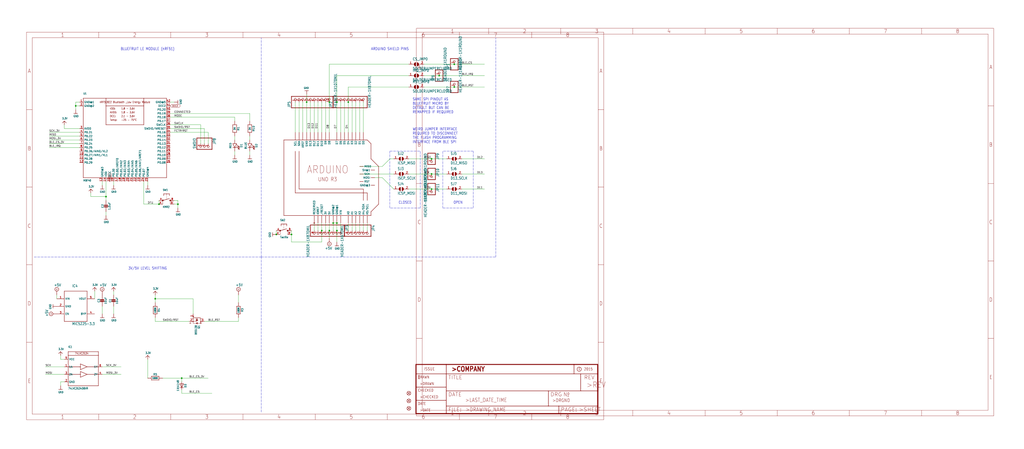
<source format=kicad_sch>
(kicad_sch (version 20211123) (generator eeschema)
  (paper "User" 687.07 301.701)
  (lib_symbols
    (symbol "schematicEagle-eagle-import:+5V" (power)
      (property "Value" "+5V" (at -1.905 3.175 0))
      (symbol "+5V_1_0"
        (pin power_in line (at 0 -2.54 90) (length 2.54) (name "+5V") (number "1"))
      )
    )
    (symbol "schematicEagle-eagle-import:3.3V" (power)
      (property "Value" "3.3V" (at -1.524 1.016 0))
      (symbol "3.3V_1_0"
        (pin power_in line (at 0 -2.54 90) (length 2.54) (name "3.3V") (number "1"))
      )
    )
    (symbol "schematicEagle-eagle-import:74LVC2G34DBVR"
      (property "Reference" "IC" (at -7.62 15.24 0))
      (property "Value" "74LVC2G34DBVR" (at -7.62 -12.7 0))
      (symbol "74LVC2G34DBVR_1_0"
        (text "74LVC2G34" (at -3.175 10.795 0) (effects (font (size 1.27 1.0795)) (justify left bottom)))
        (pin input line (at -10.16 2.54 0) (length 2.54) (name "1A") (number "1"))
        (pin power_in line (at -10.16 -7.62 0) (length 2.54) (name "GND") (number "2"))
        (pin input line (at -10.16 -2.54 0) (length 2.54) (name "2A") (number "3"))
        (pin output line (at 15.24 -2.54 180) (length 2.54) (name "2Y") (number "4"))
        (pin power_in line (at -10.16 7.62 0) (length 2.54) (name "VCC") (number "5"))
        (pin output line (at 15.24 2.54 180) (length 2.54) (name "1Y") (number "6"))
      )
    )
    (symbol "schematicEagle-eagle-import:ARDUINO_R3_ICSP_NODIM"
      (symbol "ARDUINO_R3_ICSP_NODIM_1_0"
        (text "ARDUINO" (at 15.24 27.94 0) (effects (font (size 5.08 4.318)) (justify left bottom)))
        (text "UNO R3" (at 22.86 22.86 0) (effects (font (size 2.54 2.159)) (justify left bottom)))
        (pin power_in line (at 27.94 -5.08 90) (length 5.08) (name "3V") (number "3V"))
        (pin power_in line (at 30.48 -5.08 90) (length 5.08) (name "5V") (number "5V"))
        (pin passive line (at 60.96 30.48 180) (length 2.54) (name "5V@1") (number "5V_ICSP"))
        (pin bidirectional line (at 43.18 -5.08 90) (length 5.08) (name "A0") (number "A0"))
        (pin bidirectional line (at 45.72 -5.08 90) (length 5.08) (name "A1") (number "A1"))
        (pin bidirectional line (at 48.26 -5.08 90) (length 5.08) (name "A2") (number "A2"))
        (pin bidirectional line (at 50.8 -5.08 90) (length 5.08) (name "A3") (number "A3"))
        (pin bidirectional line (at 53.34 -5.08 90) (length 5.08) (name "A4/SDA") (number "A4"))
        (pin bidirectional line (at 55.88 -5.08 90) (length 5.08) (name "A5/SCL") (number "A5"))
        (pin bidirectional line (at 12.7 55.88 270) (length 5.08) (name "AREF") (number "AREF"))
        (pin bidirectional line (at 53.34 55.88 270) (length 5.08) (name "D0") (number "D0"))
        (pin bidirectional line (at 50.8 55.88 270) (length 5.08) (name "D1") (number "D1"))
        (pin bidirectional line (at 25.4 55.88 270) (length 5.08) (name "D10") (number "D10"))
        (pin bidirectional line (at 22.86 55.88 270) (length 5.08) (name "D11") (number "D11"))
        (pin bidirectional line (at 20.32 55.88 270) (length 5.08) (name "D12") (number "D12"))
        (pin bidirectional line (at 17.78 55.88 270) (length 5.08) (name "D13") (number "D13"))
        (pin bidirectional line (at 48.26 55.88 270) (length 5.08) (name "D2") (number "D2"))
        (pin bidirectional line (at 45.72 55.88 270) (length 5.08) (name "D3") (number "D3"))
        (pin bidirectional line (at 43.18 55.88 270) (length 5.08) (name "D4") (number "D4"))
        (pin bidirectional line (at 40.64 55.88 270) (length 5.08) (name "D5") (number "D5"))
        (pin bidirectional line (at 38.1 55.88 270) (length 5.08) (name "D6") (number "D6"))
        (pin bidirectional line (at 35.56 55.88 270) (length 5.08) (name "D7") (number "D7"))
        (pin bidirectional line (at 30.48 55.88 270) (length 5.08) (name "D8") (number "D8"))
        (pin bidirectional line (at 27.94 55.88 270) (length 5.08) (name "D9") (number "D9"))
        (pin power_in line (at 15.24 55.88 270) (length 5.08) (name "GND") (number "GND"))
        (pin power_in line (at 33.02 -5.08 90) (length 5.08) (name "GND@2") (number "GND@1"))
        (pin passive line (at 60.96 20.32 180) (length 2.54) (name "GND@3") (number "GND@2"))
        (pin power_in line (at 35.56 -5.08 90) (length 5.08) (name "GND@1") (number "GND@3"))
        (pin output line (at 22.86 -5.08 90) (length 5.08) (name "IOREF") (number "IOREF"))
        (pin passive line (at 50.8 33.02 0) (length 2.54) (name "MISO") (number "MISO"))
        (pin passive line (at 60.96 25.4 180) (length 2.54) (name "MOSI") (number "MOSI"))
        (pin no_connect line (at 20.32 -5.08 90) (length 5.08) (name "RESERVED") (number "RESERVED"))
        (pin bidirectional line (at 25.4 -5.08 90) (length 5.08) (name "/RESET") (number "RESET"))
        (pin passive line (at 50.8 22.86 0) (length 2.54) (name "RST") (number "RESET_ICSP"))
        (pin passive line (at 50.8 27.94 0) (length 2.54) (name "SCK") (number "SCK"))
        (pin bidirectional line (at 7.62 55.88 270) (length 5.08) (name "SCL") (number "SCL"))
        (pin bidirectional line (at 10.16 55.88 270) (length 5.08) (name "SDA") (number "SDA"))
        (pin power_in line (at 38.1 -5.08 90) (length 5.08) (name "VIN") (number "VIN"))
      )
    )
    (symbol "schematicEagle-eagle-import:CAP_CERAMIC0805-NOOUTLINE"
      (property "Reference" "C" (at -2.29 1.25 90))
      (property "Value" "CAP_CERAMIC0805-NOOUTLINE" (at 2.3 1.25 90))
      (symbol "CAP_CERAMIC0805-NOOUTLINE_1_0"
        (pin passive line (at 0 5.08 270) (length 2.54) (name "1") (number "1"))
        (pin passive line (at 0 -2.54 90) (length 2.54) (name "2") (number "2"))
      )
    )
    (symbol "schematicEagle-eagle-import:DIODESOD-323"
      (property "Reference" "D" (at 0 2.54 0))
      (property "Value" "DIODESOD-323" (at 0 -2.5 0))
      (symbol "DIODESOD-323_1_0"
        (pin passive line (at -2.54 0 0) (length 2.54) (name "A") (number "A"))
        (pin passive line (at 2.54 0 180) (length 2.54) (name "C") (number "C"))
      )
    )
    (symbol "schematicEagle-eagle-import:FIDUCIAL{dblquote}{dblquote}")
    (symbol "schematicEagle-eagle-import:FRAME_A3"
      (symbol "FRAME_A3_0_0"
        (text "1" (at 24.2094 1.905 0) (effects (font (size 2.54 2.286))))
        (text "1" (at 24.2094 258.445 0) (effects (font (size 2.54 2.286))))
        (text "2" (at 72.6281 1.905 0) (effects (font (size 2.54 2.286))))
        (text "2" (at 72.6281 258.445 0) (effects (font (size 2.54 2.286))))
        (text "3" (at 121.0469 1.905 0) (effects (font (size 2.54 2.286))))
        (text "3" (at 121.0469 258.445 0) (effects (font (size 2.54 2.286))))
        (text "4" (at 169.4656 1.905 0) (effects (font (size 2.54 2.286))))
        (text "4" (at 169.4656 258.445 0) (effects (font (size 2.54 2.286))))
        (text "5" (at 217.8844 1.905 0) (effects (font (size 2.54 2.286))))
        (text "5" (at 217.8844 258.445 0) (effects (font (size 2.54 2.286))))
        (text "6" (at 266.3031 1.905 0) (effects (font (size 2.54 2.286))))
        (text "6" (at 266.3031 258.445 0) (effects (font (size 2.54 2.286))))
        (text "7" (at 314.7219 1.905 0) (effects (font (size 2.54 2.286))))
        (text "7" (at 314.7219 258.445 0) (effects (font (size 2.54 2.286))))
        (text "8" (at 363.1406 1.905 0) (effects (font (size 2.54 2.286))))
        (text "8" (at 363.1406 258.445 0) (effects (font (size 2.54 2.286))))
        (text "A" (at 1.905 234.315 0) (effects (font (size 2.54 2.286))))
        (text "A" (at 385.445 234.315 0) (effects (font (size 2.54 2.286))))
        (text "B" (at 1.905 182.245 0) (effects (font (size 2.54 2.286))))
        (text "B" (at 385.445 182.245 0) (effects (font (size 2.54 2.286))))
        (text "C" (at 1.905 130.175 0) (effects (font (size 2.54 2.286))))
        (text "C" (at 385.445 130.175 0) (effects (font (size 2.54 2.286))))
        (text "D" (at 1.905 78.105 0) (effects (font (size 2.54 2.286))))
        (text "D" (at 385.445 78.105 0) (effects (font (size 2.54 2.286))))
        (text "E" (at 1.905 26.035 0) (effects (font (size 2.54 2.286))))
        (text "E" (at 385.445 26.035 0) (effects (font (size 2.54 2.286))))
      )
      (symbol "FRAME_A3_2_0"
        (text "PART OR WHOLE IS STRICTLY PROHIBITED WITHOUT WRITTEN PERMISSION!" (at 3.81 -5.08 0) (effects (font (size 1.27 1.0795)) (justify left bottom)))
        (text "PROPRIETARY" (at 3.81 -10.16 0) (effects (font (size 2.54 2.159) (thickness 0.4318) bold) (justify left bottom)))
        (text "THIS DRAWING CONTAINS CONFIDENTIAL INFORMATION. ANY REPRODUCTION IN" (at 3.81 -2.794 0) (effects (font (size 1.27 1.0795)) (justify left bottom)))
      )
      (symbol "FRAME_A3_3_0"
        (text "2015" (at 112.4077 30.4673 0) (effects (font (size 1.778 1.5113)) (justify left bottom)))
        (text ">CHECKED" (at 2.2352 11.7348 0) (effects (font (size 1.778 1.5113)) (justify left bottom)))
        (text ">COMPANY" (at 23.349 29.6735 0) (effects (font (size 3.175 2.6987) (thickness 0.5397) bold) (justify left bottom)))
        (text ">DATE" (at 2.2352 2.8448 0) (effects (font (size 1.778 1.5113)) (justify left bottom)))
        (text ">DRAWING_NAME" (at 33.0327 2.8448 0) (effects (font (size 2.54 2.159)) (justify left bottom)))
        (text ">DRAWN" (at 2.2352 20.6248 0) (effects (font (size 1.778 1.5113)) (justify left bottom)))
        (text ">DRGNO" (at 91.1352 9.1948 0) (effects (font (size 2.1844 1.8567)) (justify left bottom)))
        (text ">LAST_DATE_TIME" (at 32.7152 9.1948 0) (effects (font (size 2.54 2.159)) (justify left bottom)))
        (text ">REV" (at 113.9952 18.7198 0) (effects (font (size 3.81 3.2385)) (justify left bottom)))
        (text ">SHEET" (at 108.9152 2.8448 0) (effects (font (size 2.54 2.54)) (justify left bottom)))
        (text "C" (at 108.7564 30.7848 0) (effects (font (size 1.27 1.0795)) (justify left bottom)))
        (text "CHECKED" (at 0.9652 16.1798 0) (effects (font (size 1.778 1.5113)) (justify left bottom)))
        (text "DATE" (at 0.9652 7.2898 0) (effects (font (size 1.778 1.5113)) (justify left bottom)))
        (text "DATE" (at 21.2852 13.0048 0) (effects (font (size 2.54 2.54)) (justify left bottom)))
        (text "DRAWN" (at 0.9652 25.0698 0) (effects (font (size 1.778 1.5113)) (justify left bottom)))
        (text "DRG" (at 89.8652 13.0048 0) (effects (font (size 2.54 2.54)) (justify left bottom)))
        (text "FILE:" (at 21.2852 2.8448 0) (effects (font (size 2.54 2.54)) (justify left bottom)))
        (text "ISSUE" (at 5.0927 30.4673 0) (effects (font (size 1.9304 1.6408)) (justify left bottom)))
        (text "N" (at 98.4377 13.0048 0) (effects (font (size 2.54 2.54)) (justify left bottom)))
        (text "o" (at 100.9777 13.9573 0) (effects (font (size 2.1844 1.8567)) (justify left bottom)))
        (text "PAGE:" (at 96.8502 2.8448 0) (effects (font (size 2.54 2.54)) (justify left bottom)))
        (text "REV" (at 112.4077 24.4348 0) (effects (font (size 2.54 2.54)) (justify left bottom)))
        (text "TITLE" (at 21.2852 24.4348 0) (effects (font (size 2.54 2.54)) (justify left bottom)))
      )
    )
    (symbol "schematicEagle-eagle-import:GND" (power)
      (property "Value" "GND" (at -1.524 -2.54 0))
      (symbol "GND_1_0"
        (pin power_in line (at 0 2.54 270) (length 2.54) (name "GND") (number "1"))
      )
    )
    (symbol "schematicEagle-eagle-import:HEADER-1X1070MIL"
      (property "Reference" "JP" (at -6.35 13.335 0))
      (property "Value" "HEADER-1X1070MIL" (at -6.35 -17.78 0))
      (symbol "HEADER-1X1070MIL_1_0"
        (pin passive inverted (at -2.54 10.16 0) (length 2.54) (name "1") (number "1"))
        (pin passive inverted (at -2.54 -12.7 0) (length 2.54) (name "10") (number "10"))
        (pin passive inverted (at -2.54 7.62 0) (length 2.54) (name "2") (number "2"))
        (pin passive inverted (at -2.54 5.08 0) (length 2.54) (name "3") (number "3"))
        (pin passive inverted (at -2.54 2.54 0) (length 2.54) (name "4") (number "4"))
        (pin passive inverted (at -2.54 0 0) (length 2.54) (name "5") (number "5"))
        (pin passive inverted (at -2.54 -2.54 0) (length 2.54) (name "6") (number "6"))
        (pin passive inverted (at -2.54 -5.08 0) (length 2.54) (name "7") (number "7"))
        (pin passive inverted (at -2.54 -7.62 0) (length 2.54) (name "8") (number "8"))
        (pin passive inverted (at -2.54 -10.16 0) (length 2.54) (name "9") (number "9"))
      )
    )
    (symbol "schematicEagle-eagle-import:HEADER-1X1ROUND"
      (property "Reference" "JP" (at -6.35 3.175 0))
      (property "Value" "HEADER-1X1ROUND" (at -6.35 -5.08 0))
      (symbol "HEADER-1X1ROUND_1_0"
        (pin passive inverted (at -2.54 0 0) (length 2.54) (name "1") (number "1"))
      )
    )
    (symbol "schematicEagle-eagle-import:HEADER-1X376MIL"
      (property "Reference" "JP" (at -6.35 5.715 0))
      (property "Value" "HEADER-1X376MIL" (at -6.35 -7.62 0))
      (symbol "HEADER-1X376MIL_1_0"
        (pin passive inverted (at -2.54 2.54 0) (length 2.54) (name "1") (number "1"))
        (pin passive inverted (at -2.54 0 0) (length 2.54) (name "2") (number "2"))
        (pin passive inverted (at -2.54 -2.54 0) (length 2.54) (name "3") (number "3"))
      )
    )
    (symbol "schematicEagle-eagle-import:HEADER-1X670MIL"
      (property "Reference" "JP" (at -6.35 10.795 0))
      (property "Value" "HEADER-1X670MIL" (at -6.35 -10.16 0))
      (symbol "HEADER-1X670MIL_1_0"
        (pin passive inverted (at -2.54 7.62 0) (length 2.54) (name "1") (number "1"))
        (pin passive inverted (at -2.54 5.08 0) (length 2.54) (name "2") (number "2"))
        (pin passive inverted (at -2.54 2.54 0) (length 2.54) (name "3") (number "3"))
        (pin passive inverted (at -2.54 0 0) (length 2.54) (name "4") (number "4"))
        (pin passive inverted (at -2.54 -2.54 0) (length 2.54) (name "5") (number "5"))
        (pin passive inverted (at -2.54 -5.08 0) (length 2.54) (name "6") (number "6"))
      )
    )
    (symbol "schematicEagle-eagle-import:HEADER-1X870MIL"
      (property "Reference" "JP" (at -6.35 13.335 0))
      (property "Value" "HEADER-1X870MIL" (at -6.35 -12.7 0))
      (symbol "HEADER-1X870MIL_1_0"
        (pin passive inverted (at -2.54 10.16 0) (length 2.54) (name "1") (number "1"))
        (pin passive inverted (at -2.54 7.62 0) (length 2.54) (name "2") (number "2"))
        (pin passive inverted (at -2.54 5.08 0) (length 2.54) (name "3") (number "3"))
        (pin passive inverted (at -2.54 2.54 0) (length 2.54) (name "4") (number "4"))
        (pin passive inverted (at -2.54 0 0) (length 2.54) (name "5") (number "5"))
        (pin passive inverted (at -2.54 -2.54 0) (length 2.54) (name "6") (number "6"))
        (pin passive inverted (at -2.54 -5.08 0) (length 2.54) (name "7") (number "7"))
        (pin passive inverted (at -2.54 -7.62 0) (length 2.54) (name "8") (number "8"))
      )
    )
    (symbol "schematicEagle-eagle-import:LED0805_NOOUTLINE"
      (property "Reference" "D" (at -1.27 4.445 0))
      (property "Value" "LED0805_NOOUTLINE" (at -1.27 -2.794 0))
      (symbol "LED0805_NOOUTLINE_1_0"
        (pin passive line (at -5.08 0 0) (length 2.54) (name "A") (number "A"))
        (pin passive line (at 2.54 0 180) (length 2.54) (name "C") (number "C"))
      )
    )
    (symbol "schematicEagle-eagle-import:LP298XS"
      (property "Reference" "IC" (at -12.7 -5.08 90))
      (property "Value" "LP298XS" (at 12.7 -5.08 90))
      (symbol "LP298XS_1_0"
        (pin bidirectional line (at -5.08 -15.24 90) (length 5.08) (name "VIN") (number "1"))
        (pin bidirectional line (at 0 -15.24 90) (length 5.08) (name "GND") (number "2"))
        (pin bidirectional line (at 5.08 -15.24 90) (length 5.08) (name "EN") (number "3"))
        (pin bidirectional line (at 5.08 10.16 270) (length 5.08) (name "BYP") (number "4"))
        (pin bidirectional line (at -5.08 10.16 270) (length 5.08) (name "VOUT") (number "5"))
      )
    )
    (symbol "schematicEagle-eagle-import:MOSFET-NWIDE"
      (property "Reference" "Q" (at 5.08 0.635 0))
      (property "Value" "MOSFET-NWIDE" (at 5.08 -1.27 0))
      (symbol "MOSFET-NWIDE_1_0"
        (text "D" (at 3.175 3.175 0) (effects (font (size 0.8128 0.6908)) (justify left bottom)))
        (text "G" (at -1.27 -1.905 0) (effects (font (size 0.8128 0.6908)) (justify left bottom)))
        (text "S" (at 3.175 -3.81 0) (effects (font (size 0.8128 0.6908)) (justify left bottom)))
        (pin bidirectional line (at -2.54 -2.54 0) (length 2.54) (name "G") (number "1"))
        (pin bidirectional line (at 2.54 -5.08 90) (length 2.54) (name "S") (number "2"))
        (pin bidirectional line (at 2.54 5.08 270) (length 2.54) (name "D") (number "3"))
      )
    )
    (symbol "schematicEagle-eagle-import:NRF51822_MODULE_MDBT40"
      (property "Reference" "U" (at -27.94 27.94 0))
      (property "Value" "NRF51822_MODULE_MDBT40" (at -27.94 -30.48 0))
      (symbol "NRF51822_MODULE_MDBT40_1_0"
        (text "-25 - 75°C" (at -2.54 10.16 0) (effects (font (size 1.27 1.0795)) (justify left bottom)))
        (text "1.8 - 3.6V" (at -2.54 15.24 0) (effects (font (size 1.27 1.0795)) (justify left bottom)))
        (text "1.8 - 3.6V" (at -2.54 17.78 0) (effects (font (size 1.27 1.0795)) (justify left bottom)))
        (text "2.1 - 3.6V" (at -2.54 12.7 0) (effects (font (size 1.27 1.0795)) (justify left bottom)))
        (text "AVDD:" (at -10.16 15.24 0) (effects (font (size 1.27 1.0795)) (justify left bottom)))
        (text "DCC:" (at -10.16 12.7 0) (effects (font (size 1.27 1.0795)) (justify left bottom)))
        (text "nRF51822 Bluetooth _Low Energy Module" (at 0 22.86 0) (effects (font (size 1.27 1.0795))))
        (text "Temp:" (at -10.16 10.16 0) (effects (font (size 1.27 1.0795)) (justify left bottom)))
        (text "VDD:" (at -10.16 17.78 0) (effects (font (size 1.27 1.0795)) (justify left bottom)))
        (pin power_in line (at -30.48 22.86 0) (length 2.54) (name "GND@1") (number "1"))
        (pin bidirectional line (at -30.48 -12.7 0) (length 2.54) (name "P0.27/AIN1/XL1") (number "10"))
        (pin bidirectional line (at -30.48 -15.24 0) (length 2.54) (name "P0.28") (number "11"))
        (pin bidirectional line (at -30.48 -17.78 0) (length 2.54) (name "P0.29") (number "12"))
        (pin power_in line (at -15.24 -30.48 90) (length 2.54) (name "GND@3") (number "13"))
        (pin power_in line (at -12.7 -30.48 90) (length 2.54) (name "VDD") (number "14"))
        (pin power_in line (at -10.16 -30.48 90) (length 2.54) (name "DCC") (number "15"))
        (pin bidirectional line (at -7.62 -30.48 90) (length 2.54) (name "P0.30") (number "16"))
        (pin bidirectional line (at -5.08 -30.48 90) (length 2.54) (name "P0.00/AREF0") (number "17"))
        (pin bidirectional line (at -2.54 -30.48 90) (length 2.54) (name "P0.01/AIN2") (number "18"))
        (pin bidirectional line (at 0 -30.48 90) (length 2.54) (name "P0.02/AIN3") (number "19"))
        (pin power_in line (at -30.48 20.32 0) (length 2.54) (name "GND@2") (number "2"))
        (pin bidirectional line (at 2.54 -30.48 90) (length 2.54) (name "P0.03/AIN4") (number "20"))
        (pin bidirectional line (at 5.08 -30.48 90) (length 2.54) (name "P0.04/AIN5") (number "21"))
        (pin bidirectional line (at 7.62 -30.48 90) (length 2.54) (name "P0.05/AIN6") (number "22"))
        (pin bidirectional line (at 10.16 -30.48 90) (length 2.54) (name "P0.06/AIN7/AREF1") (number "23"))
        (pin bidirectional line (at 12.7 -30.48 90) (length 2.54) (name "P0.07") (number "24"))
        (pin power_in line (at 15.24 -30.48 90) (length 2.54) (name "GND@4") (number "25"))
        (pin bidirectional line (at 30.48 -17.78 180) (length 2.54) (name "P0.08") (number "26"))
        (pin bidirectional line (at 30.48 -15.24 180) (length 2.54) (name "P0.09") (number "27"))
        (pin bidirectional line (at 30.48 -12.7 180) (length 2.54) (name "P0.10") (number "28"))
        (pin bidirectional line (at 30.48 -10.16 180) (length 2.54) (name "P0.11") (number "29"))
        (pin power_in line (at -30.48 5.08 0) (length 2.54) (name "AVDD") (number "3"))
        (pin bidirectional line (at 30.48 -7.62 180) (length 2.54) (name "P0.12") (number "30"))
        (pin bidirectional line (at 30.48 -5.08 180) (length 2.54) (name "P0.13") (number "31"))
        (pin bidirectional line (at 30.48 -2.54 180) (length 2.54) (name "P0.14") (number "32"))
        (pin bidirectional line (at 30.48 0 180) (length 2.54) (name "P0.15") (number "33"))
        (pin bidirectional line (at 30.48 2.54 180) (length 2.54) (name "P0.16") (number "34"))
        (pin bidirectional line (at 30.48 5.08 180) (length 2.54) (name "SWDIO/NRESET") (number "35"))
        (pin bidirectional line (at 30.48 7.62 180) (length 2.54) (name "SWCLK") (number "36"))
        (pin bidirectional line (at 30.48 10.16 180) (length 2.54) (name "P0.17") (number "37"))
        (pin bidirectional line (at 30.48 12.7 180) (length 2.54) (name "P0.18") (number "38"))
        (pin bidirectional line (at 30.48 15.24 180) (length 2.54) (name "P0.19") (number "39"))
        (pin bidirectional line (at -30.48 2.54 0) (length 2.54) (name "P0.21") (number "4"))
        (pin bidirectional line (at 30.48 17.78 180) (length 2.54) (name "P0.20") (number "40"))
        (pin power_in line (at 30.48 20.32 180) (length 2.54) (name "DEC2") (number "41"))
        (pin power_in line (at 30.48 22.86 180) (length 2.54) (name "GND@5") (number "42"))
        (pin bidirectional line (at -30.48 0 0) (length 2.54) (name "P0.22") (number "5"))
        (pin bidirectional line (at -30.48 -2.54 0) (length 2.54) (name "P0.23") (number "6"))
        (pin bidirectional line (at -30.48 -5.08 0) (length 2.54) (name "P0.24") (number "7"))
        (pin bidirectional line (at -30.48 -7.62 0) (length 2.54) (name "P0.25") (number "8"))
        (pin bidirectional line (at -30.48 -10.16 0) (length 2.54) (name "P0.26/AIN0/XL2") (number "9"))
      )
    )
    (symbol "schematicEagle-eagle-import:RESISTOR0805_NOOUTLINE"
      (property "Reference" "R" (at 0 2.54 0))
      (property "Value" "RESISTOR0805_NOOUTLINE" (at 0 0 0))
      (symbol "RESISTOR0805_NOOUTLINE_1_0"
        (pin passive line (at -5.08 0 0) (length 2.54) (name "1") (number "1"))
        (pin passive line (at 5.08 0 180) (length 2.54) (name "2") (number "2"))
      )
    )
    (symbol "schematicEagle-eagle-import:SOLDERJUMPERCLOSED"
      (property "Reference" "SJ" (at -2.54 2.54 0))
      (property "Value" "SOLDERJUMPERCLOSED" (at -2.54 -3.81 0))
      (symbol "SOLDERJUMPERCLOSED_1_0"
        (pin passive line (at -5.08 0 0) (length 2.54) (name "1") (number "1"))
        (pin passive line (at 5.08 0 180) (length 2.54) (name "2") (number "2"))
      )
    )
    (symbol "schematicEagle-eagle-import:SOLDERJUMPERREFLOW_NOPASTE"
      (property "Reference" "SJ" (at -2.54 2.54 0))
      (property "Value" "SOLDERJUMPERREFLOW_NOPASTE" (at -2.54 -3.81 0))
      (symbol "SOLDERJUMPERREFLOW_NOPASTE_1_0"
        (pin passive line (at -5.08 0 0) (length 2.54) (name "1") (number "1"))
        (pin passive line (at 5.08 0 180) (length 2.54) (name "2") (number "2"))
      )
    )
    (symbol "schematicEagle-eagle-import:SWITCH_TACT_SMT"
      (property "Reference" "SW" (at -2.54 6.35 0))
      (property "Value" "SWITCH_TACT_SMT" (at -2.54 -5.08 0))
      (symbol "SWITCH_TACT_SMT_1_0"
        (pin passive line (at -5.08 0 0) (length 2.54) (name "P") (number "A"))
        (pin passive line (at -5.08 -2.54 0) (length 2.54) (name "P1") (number "A'"))
        (pin passive line (at 5.08 0 180) (length 2.54) (name "S") (number "B"))
        (pin passive line (at 5.08 -2.54 180) (length 2.54) (name "S1") (number "B'"))
      )
    )
    (symbol "schematicEagle-eagle-import:SWITCH_TACT_SMT4.6X2.8"
      (property "Reference" "SW" (at -2.54 6.35 0))
      (property "Value" "SWITCH_TACT_SMT4.6X2.8" (at -2.54 -5.08 0))
      (symbol "SWITCH_TACT_SMT4.6X2.8_1_0"
        (pin passive line (at -5.08 0 0) (length 2.54) (name "P") (number "A"))
        (pin passive line (at -5.08 -2.54 0) (length 2.54) (name "P1") (number "A'"))
        (pin passive line (at 5.08 0 180) (length 2.54) (name "S") (number "B"))
        (pin passive line (at 5.08 -2.54 180) (length 2.54) (name "S1") (number "B'"))
      )
    )
  )
  (junction (at 223.52 149.86))
  (junction (at 289.56 116.84))
  (junction (at 226.06 149.86))
  (junction (at 205.74 68.58))
  (junction (at 71.12 132.08))
  (junction (at 104.14 200.66))
  (junction (at 233.68 68.58))
  (junction (at 304.8 43.18))
  (junction (at 106.68 137.16))
  (junction (at 119.38 137.16))
  (junction (at 294.64 50.8))
  (junction (at 289.56 127))
  (junction (at 220.98 154.94))
  (junction (at 50.8 71.12))
  (junction (at 195.58 157.48))
  (junction (at 220.98 68.58))
  (junction (at 289.56 106.68))
  (junction (at 215.9 154.94))
  (junction (at 304.8 58.42))
  (junction (at 185.42 157.48))
  (junction (at 226.06 68.58))
  (junction (at 121.92 254))
  (junction (at 226.06 154.94))
  (wire (pts (xy 71.12 142.24) (xy 71.12 144.78)))
  (wire (pts (xy 218.44 154.94) (xy 218.44 149.86)))
  (wire (pts (xy 294.64 50.8) (xy 325.12 50.8)))
  (wire (pts (xy 33.02 96.52) (xy 53.34 96.52)))
  (wire (pts (xy 134.62 96.52) (xy 134.62 83.82)))
  (wire (pts (xy 116.84 134.62) (xy 119.38 134.62)))
  (wire (pts (xy 33.02 91.44) (xy 53.34 91.44)))
  (wire (pts (xy 228.6 154.94) (xy 228.6 149.86)))
  (wire (pts (xy 226.06 154.94) (xy 226.06 149.86)))
  (wire (pts (xy 238.76 68.58) (xy 238.76 88.9)))
  (wire (pts (xy 33.02 99.06) (xy 53.34 99.06)))
  (wire (pts (xy 63.5 195.58) (xy 63.5 200.66)))
  (wire (pts (xy 274.32 43.18) (xy 220.98 43.18)))
  (wire (pts (xy 200.66 68.58) (xy 200.66 88.9)))
  (wire (pts (xy 33.02 93.98) (xy 53.34 93.98)))
  (wire (pts (xy 226.06 50.8) (xy 226.06 68.58)))
  (wire (pts (xy 104.14 203.2) (xy 104.14 200.66)))
  (wire (pts (xy 256.54 119.38) (xy 264.16 127)))
  (wire (pts (xy 220.98 154.94) (xy 220.98 149.86)))
  (wire (pts (xy 71.12 132.08) (xy 60.96 132.08)))
  (wire (pts (xy 139.7 254) (xy 121.92 254)))
  (wire (pts (xy 40.64 241.3) (xy 40.64 238.76)))
  (wire (pts (xy 104.14 200.66) (xy 104.14 198.12)))
  (polyline (pts (xy 175.26 172.72) (xy 332.74 172.72)))
  (wire (pts (xy 43.18 86.36) (xy 43.18 83.82)))
  (wire (pts (xy 137.16 96.52) (xy 137.16 86.36)))
  (wire (pts (xy 195.58 157.48) (xy 195.58 162.56)))
  (wire (pts (xy 167.64 76.2) (xy 167.64 81.28)))
  (wire (pts (xy 121.92 254) (xy 121.92 256.54)))
  (wire (pts (xy 243.84 68.58) (xy 243.84 88.9)))
  (wire (pts (xy 119.38 134.62) (xy 119.38 137.16)))
  (wire (pts (xy 99.06 121.92) (xy 99.06 124.46)))
  (wire (pts (xy 68.58 246.38) (xy 81.28 246.38)))
  (wire (pts (xy 233.68 88.9) (xy 233.68 68.58)))
  (wire (pts (xy 96.52 137.16) (xy 106.68 137.16)))
  (wire (pts (xy 121.92 264.16) (xy 142.24 264.16)))
  (wire (pts (xy 195.58 157.48) (xy 195.58 154.94)))
  (wire (pts (xy 43.18 241.3) (xy 40.64 241.3)))
  (wire (pts (xy 114.3 76.2) (xy 167.64 76.2)))
  (wire (pts (xy 241.3 68.58) (xy 241.3 88.9)))
  (wire (pts (xy 114.3 86.36) (xy 137.16 86.36)))
  (wire (pts (xy 236.22 68.58) (xy 236.22 88.9)))
  (wire (pts (xy 104.14 213.36) (xy 104.14 215.9)))
  (wire (pts (xy 121.92 264.16) (xy 121.92 261.62)))
  (polyline (pts (xy 175.26 276.86) (xy 175.26 172.72)))
  (polyline (pts (xy 261.62 101.6) (xy 281.94 101.6)))
  (wire (pts (xy 60.96 132.08) (xy 60.96 129.54)))
  (wire (pts (xy 213.36 88.9) (xy 213.36 68.58)))
  (wire (pts (xy 220.98 160.02) (xy 220.98 154.94)))
  (wire (pts (xy 99.06 241.3) (xy 99.06 254)))
  (wire (pts (xy 215.9 154.94) (xy 215.9 149.86)))
  (wire (pts (xy 198.12 68.58) (xy 198.12 88.9)))
  (wire (pts (xy 246.38 154.94) (xy 246.38 149.86)))
  (wire (pts (xy 228.6 68.58) (xy 228.6 88.9)))
  (wire (pts (xy 233.68 154.94) (xy 233.68 149.86)))
  (polyline (pts (xy 261.62 139.7) (xy 261.62 101.6)))
  (wire (pts (xy 220.98 43.18) (xy 220.98 68.58)))
  (wire (pts (xy 106.68 134.62) (xy 106.68 137.16)))
  (wire (pts (xy 160.02 215.9) (xy 137.16 215.9)))
  (wire (pts (xy 160.02 203.2) (xy 160.02 198.12)))
  (wire (pts (xy 213.36 154.94) (xy 213.36 149.86)))
  (wire (pts (xy 205.74 63.5) (xy 205.74 68.58)))
  (polyline (pts (xy 317.5 139.7) (xy 317.5 101.6)))
  (wire (pts (xy 114.3 68.58) (xy 116.84 68.58)))
  (wire (pts (xy 256.54 111.76) (xy 261.62 106.68)))
  (wire (pts (xy 53.34 68.58) (xy 50.8 68.58)))
  (wire (pts (xy 289.56 116.84) (xy 299.72 116.84)))
  (wire (pts (xy 226.06 162.56) (xy 226.06 154.94)))
  (wire (pts (xy 71.12 132.08) (xy 71.12 134.62)))
  (wire (pts (xy 251.46 119.38) (xy 256.54 119.38)))
  (wire (pts (xy 241.3 111.76) (xy 256.54 111.76)))
  (wire (pts (xy 289.56 106.68) (xy 299.72 106.68)))
  (wire (pts (xy 167.64 91.44) (xy 167.64 93.98)))
  (wire (pts (xy 241.3 116.84) (xy 264.16 116.84)))
  (wire (pts (xy 215.9 68.58) (xy 215.9 88.9)))
  (wire (pts (xy 114.3 88.9) (xy 139.7 88.9)))
  (wire (pts (xy 119.38 137.16) (xy 119.38 139.7)))
  (wire (pts (xy 53.34 71.12) (xy 50.8 71.12)))
  (wire (pts (xy 76.2 205.74) (xy 76.2 210.82)))
  (wire (pts (xy 274.32 127) (xy 289.56 127)))
  (polyline (pts (xy 175.26 172.72) (xy 175.26 25.4)))
  (wire (pts (xy 129.54 210.82) (xy 129.54 200.66)))
  (wire (pts (xy 68.58 205.74) (xy 68.58 210.82)))
  (wire (pts (xy 114.3 78.74) (xy 157.48 78.74)))
  (wire (pts (xy 261.62 106.68) (xy 264.16 106.68)))
  (wire (pts (xy 157.48 91.44) (xy 157.48 93.98)))
  (wire (pts (xy 289.56 127) (xy 299.72 127)))
  (wire (pts (xy 210.82 68.58) (xy 210.82 88.9)))
  (wire (pts (xy 116.84 137.16) (xy 119.38 137.16)))
  (polyline (pts (xy 297.18 139.7) (xy 317.5 139.7)))
  (wire (pts (xy 223.52 149.86) (xy 226.06 149.86)))
  (wire (pts (xy 218.44 68.58) (xy 218.44 88.9)))
  (wire (pts (xy 223.52 154.94) (xy 223.52 149.86)))
  (wire (pts (xy 210.82 154.94) (xy 210.82 149.86)))
  (wire (pts (xy 274.32 116.84) (xy 289.56 116.84)))
  (wire (pts (xy 231.14 68.58) (xy 231.14 88.9)))
  (wire (pts (xy 104.14 215.9) (xy 127 215.9)))
  (wire (pts (xy 139.7 96.52) (xy 139.7 88.9)))
  (wire (pts (xy 195.58 162.56) (xy 215.9 162.56)))
  (wire (pts (xy 274.32 106.68) (xy 289.56 106.68)))
  (wire (pts (xy 33.02 88.9) (xy 53.34 88.9)))
  (wire (pts (xy 114.3 83.82) (xy 134.62 83.82)))
  (wire (pts (xy 40.64 256.54) (xy 40.64 259.08)))
  (wire (pts (xy 43.18 256.54) (xy 40.64 256.54)))
  (polyline (pts (xy 332.74 172.72) (xy 332.74 25.4)))
  (wire (pts (xy 309.88 106.68) (xy 325.12 106.68)))
  (wire (pts (xy 71.12 121.92) (xy 71.12 132.08)))
  (wire (pts (xy 241.3 154.94) (xy 241.3 149.86)))
  (wire (pts (xy 53.34 86.36) (xy 43.18 86.36)))
  (wire (pts (xy 243.84 154.94) (xy 243.84 149.86)))
  (wire (pts (xy 68.58 251.46) (xy 81.28 251.46)))
  (wire (pts (xy 233.68 58.42) (xy 233.68 68.58)))
  (wire (pts (xy 185.42 154.94) (xy 185.42 157.48)))
  (wire (pts (xy 30.48 251.46) (xy 43.18 251.46)))
  (polyline (pts (xy 281.94 101.6) (xy 281.94 139.7)))
  (wire (pts (xy 304.8 58.42) (xy 325.12 58.42)))
  (wire (pts (xy 76.2 195.58) (xy 76.2 198.12)))
  (wire (pts (xy 220.98 88.9) (xy 220.98 68.58)))
  (wire (pts (xy 68.58 121.92) (xy 68.58 124.46)))
  (wire (pts (xy 129.54 200.66) (xy 104.14 200.66)))
  (wire (pts (xy 304.8 58.42) (xy 284.48 58.42)))
  (wire (pts (xy 215.9 162.56) (xy 215.9 154.94)))
  (wire (pts (xy 157.48 78.74) (xy 157.48 81.28)))
  (wire (pts (xy 167.64 101.6) (xy 167.64 104.14)))
  (wire (pts (xy 226.06 88.9) (xy 226.06 68.58)))
  (wire (pts (xy 30.48 246.38) (xy 43.18 246.38)))
  (polyline (pts (xy 297.18 101.6) (xy 297.18 139.7)))
  (wire (pts (xy 309.88 127) (xy 325.12 127)))
  (wire (pts (xy 157.48 101.6) (xy 157.48 104.14)))
  (polyline (pts (xy 281.94 139.7) (xy 261.62 139.7)))
  (wire (pts (xy 274.32 58.42) (xy 233.68 58.42)))
  (wire (pts (xy 203.2 68.58) (xy 203.2 88.9)))
  (wire (pts (xy 238.76 154.94) (xy 238.76 149.86)))
  (wire (pts (xy 50.8 68.58) (xy 50.8 71.12)))
  (wire (pts (xy 109.22 254) (xy 121.92 254)))
  (wire (pts (xy 96.52 121.92) (xy 96.52 137.16)))
  (wire (pts (xy 76.2 121.92) (xy 76.2 124.46)))
  (wire (pts (xy 309.88 116.84) (xy 325.12 116.84)))
  (wire (pts (xy 274.32 50.8) (xy 226.06 50.8)))
  (wire (pts (xy 50.8 71.12) (xy 50.8 73.66)))
  (wire (pts (xy 160.02 215.9) (xy 160.02 213.36)))
  (wire (pts (xy 304.8 43.18) (xy 284.48 43.18)))
  (wire (pts (xy 208.28 88.9) (xy 208.28 68.58)))
  (wire (pts (xy 205.74 68.58) (xy 205.74 88.9)))
  (polyline (pts (xy 317.5 101.6) (xy 297.18 101.6)))
  (wire (pts (xy 294.64 50.8) (xy 284.48 50.8)))
  (wire (pts (xy 236.22 154.94) (xy 236.22 149.86)))
  (wire (pts (xy 38.1 198.12) (xy 38.1 200.66)))
  (wire (pts (xy 304.8 43.18) (xy 325.12 43.18)))
  (polyline (pts (xy 22.86 172.72) (xy 175.26 172.72)))
  (text "WEIRD JUMPER INTERFACE\nREQUIRED TO DISCONNECT\nTHE FLASH PROGRAMMING\nINTERFACE FROM BLE SPI" (at 276.86 96.52 0) (effects (font (size 1.778 1.5113)) (justify left bottom)))
  (text "ARDUINO SHIELD PINS" (at 261.62 33.02 180) (effects (font (size 1.778 1.5113))))
  (text "3V/5V LEVEL SHIFTING" (at 99.06 180.34 180) (effects (font (size 1.778 1.5113))))
  (text "SAME SPI PINOUT AS\nBLUEFRUIT MICRO BY\nDEFAULT BUT CAN BE\nREMAPPED IF REQUIRED" (at 276.86 71.12 0) (effects (font (size 1.778 1.5113)) (justify left)))
  (text "BLUEFRUIT LE MODULE (nRF51)" (at 99.06 33.02 180) (effects (font (size 1.778 1.5113))))
  (text "OPEN" (at 307.34 137.16 180) (effects (font (size 1.778 1.5113)) (justify bottom)))
  (text "CLOSED" (at 271.78 137.16 180) (effects (font (size 1.778 1.5113)) (justify bottom)))
  (label "SWDIO/RST" (at 109.22 215.9 0) (effects (font (size 1.2446 1.2446))))
  (label "D13" (at 320.04 116.84 0) (effects (font (size 1.2446 1.2446))))
  (label "BLE_CS_3V" (at 127 254 0) (effects (font (size 1.2446 1.2446))))
  (label "MISO" (at 33.02 91.44 0) (effects (font (size 1.2446 1.2446))))
  (label "SWCLK" (at 116.84 83.82 0) (effects (font (size 1.2446 1.2446))))
  (label "SCK" (at 30.48 246.38 0) (effects (font (size 1.2446 1.2446))))
  (label "MODE" (at 116.84 78.74 0) (effects (font (size 1.2446 1.2446))))
  (label "D4" (at 233.68 86.36 90) (effects (font (size 1.2446 1.2446))))
  (label "BLE_CS_3V" (at 33.02 96.52 0) (effects (font (size 1.2446 1.2446))))
  (label "BLE_IRQ" (at 33.02 99.06 0) (effects (font (size 1.2446 1.2446))))
  (label "SWDIO/RST" (at 116.84 86.36 0) (effects (font (size 1.2446 1.2446))))
  (label "FCTRYRST" (at 116.84 88.9 0) (effects (font (size 1.2446 1.2446))))
  (label "D12" (at 320.04 106.68 0) (effects (font (size 1.2446 1.2446))))
  (label "D11" (at 213.36 86.36 90) (effects (font (size 1.2446 1.2446))))
  (label "D12" (at 210.82 86.36 90) (effects (font (size 1.2446 1.2446))))
  (label "MOSI_3V" (at 71.12 251.46 0) (effects (font (size 1.2446 1.2446))))
  (label "CONNECTED" (at 116.84 76.2 0) (effects (font (size 1.2446 1.2446))))
  (label "MOSI" (at 284.48 127 0) (effects (font (size 1.2446 1.2446))))
  (label "BLE_CS" (at 127 264.16 0) (effects (font (size 1.2446 1.2446))))
  (label "BLE_RST" (at 309.88 58.42 0) (effects (font (size 1.2446 1.2446))))
  (label "BLE_IRQ" (at 309.88 50.8 0) (effects (font (size 1.2446 1.2446))))
  (label "SCK" (at 284.48 116.84 0) (effects (font (size 1.2446 1.2446))))
  (label "MISO" (at 284.48 106.68 0) (effects (font (size 1.2446 1.2446))))
  (label "BLE_CS" (at 309.88 43.18 0) (effects (font (size 1.2446 1.2446))))
  (label "DFU" (at 99.06 137.16 0) (effects (font (size 1.2446 1.2446))))
  (label "D8" (at 220.98 86.36 90) (effects (font (size 1.2446 1.2446))))
  (label "SCK_3V" (at 33.02 88.9 0) (effects (font (size 1.2446 1.2446))))
  (label "D7" (at 226.06 86.36 90) (effects (font (size 1.2446 1.2446))))
  (label "SCK_3V" (at 71.12 246.38 0) (effects (font (size 1.2446 1.2446))))
  (label "MOSI" (at 30.48 251.46 0) (effects (font (size 1.2446 1.2446))))
  (label "MOSI_3V" (at 33.02 93.98 0) (effects (font (size 1.2446 1.2446))))
  (label "D11" (at 320.04 127 0) (effects (font (size 1.2446 1.2446))))
  (label "D13" (at 208.28 86.36 90) (effects (font (size 1.2446 1.2446))))
  (label "BLE_RST" (at 139.7 215.9 0) (effects (font (size 1.2446 1.2446))))
  (global_label "DEC2" (shape bidirectional) (at 114.3 71.12 0) (effects (font (size 1.016 1.016))) (property "Intersheet References" "${INTERSHEET_REFS}" (effects hide)))
  (global_label "DCC" (shape bidirectional) (at 73.66 121.92 90) (effects (font (size 1.016 1.016))) (property "Intersheet References" "${INTERSHEET_REFS}" (effects hide)))
  (symbol (lib_id "schematicEagle-eagle-import:ARDUINO_R3_ICSP_NODIM") (at 190.5 144.78 0) (unit 1)
    (property "Reference" "M1" (effects hide))
    (property "Value" "ARDUINO_R3_ICSP_NODIM" (effects hide))
    (property "Footprint" "schematicEagle:ARDUINOR3_ICSP_NODIM" (effects hide))
  )
  (symbol (lib_id "schematicEagle-eagle-import:HEADER-1X376MIL") (at 137.16 99.06 270) (unit 1)
    (property "Reference" "JP8" (at 142.875 92.71 0) (effects (font (size 1.778 1.5113)) (justify left bottom)))
    (property "Value" "SWDIO" (at 129.54 92.71 0) (effects (font (size 1.778 1.5113)) (justify left bottom)))
    (property "Footprint" "schematicEagle:1X03_ROUND_76" (effects hide))
  )
  (symbol (lib_id "schematicEagle-eagle-import:HEADER-1X1ROUND") (at 294.64 48.26 90) (unit 1)
    (property "Reference" "JP6" (at 291.465 54.61 0) (effects (font (size 1.778 1.5113)) (justify left bottom)))
    (property "Value" "HEADER-1X1ROUND" (at 299.72 54.61 0) (effects (font (size 1.778 1.5113)) (justify left bottom)))
    (property "Footprint" "schematicEagle:1X01_ROUND" (effects hide))
  )
  (symbol (lib_id "schematicEagle-eagle-import:NRF51822_MODULE_MDBT40") (at 83.82 91.44 0) (unit 1)
    (property "Reference" "U1" (at 55.88 63.5 0) (effects (font (size 1.27 1.0795)) (justify left bottom)))
    (property "Value" "MBT40" (at 55.88 121.92 0) (effects (font (size 1.27 1.0795)) (justify left bottom)))
    (property "Footprint" "schematicEagle:BLE_MODULE_RAYTAC_MDBT40" (effects hide))
  )
  (symbol (lib_id "schematicEagle-eagle-import:HEADER-1X1ROUND") (at 304.8 55.88 90) (unit 1)
    (property "Reference" "JP7" (at 301.625 62.23 0) (effects (font (size 1.778 1.5113)) (justify left bottom)))
    (property "Value" "HEADER-1X1ROUND" (at 309.88 62.23 0) (effects (font (size 1.778 1.5113)) (justify left bottom)))
    (property "Footprint" "schematicEagle:1X01_ROUND" (effects hide))
  )
  (symbol (lib_id "schematicEagle-eagle-import:SOLDERJUMPERREFLOW_NOPASTE") (at 304.8 116.84 0) (unit 1)
    (property "Reference" "SJ6" (at 302.26 114.3 0) (effects (font (size 1.778 1.5113)) (justify left bottom)))
    (property "Value" "D13_SCLK" (at 302.26 120.65 0) (effects (font (size 1.778 1.5113)) (justify left bottom)))
    (property "Footprint" "schematicEagle:SOLDERJUMPER_REFLOW_NOPASTE" (effects hide))
  )
  (symbol (lib_id "schematicEagle-eagle-import:GND") (at 76.2 127 0) (unit 1)
    (property "Reference" "#U$17" (effects hide))
    (property "Value" "GND" (at 74.676 129.54 0) (effects (font (size 1.27 1.0795)) (justify left bottom)))
    (property "Footprint" "schematicEagle:" (effects hide))
  )
  (symbol (lib_id "schematicEagle-eagle-import:HEADER-1X670MIL") (at 238.76 157.48 270) (unit 1)
    (property "Reference" "JP4" (at 249.555 151.13 0) (effects (font (size 1.778 1.5113)) (justify left bottom)))
    (property "Value" "HEADER-1X670MIL" (at 228.6 151.13 0) (effects (font (size 1.778 1.5113)) (justify left bottom)))
    (property "Footprint" "schematicEagle:1X06_ROUND_70" (effects hide))
  )
  (symbol (lib_id "schematicEagle-eagle-import:CAP_CERAMIC0805-NOOUTLINE") (at 76.2 203.2 0) (unit 1)
    (property "Reference" "C1" (at 73.91 201.95 90))
    (property "Value" "10uF" (at 78.5 201.95 90))
    (property "Footprint" "schematicEagle:0805-NO" (effects hide))
  )
  (symbol (lib_id "schematicEagle-eagle-import:GND") (at 68.58 127 0) (unit 1)
    (property "Reference" "#U$6" (effects hide))
    (property "Value" "GND" (at 67.056 129.54 0) (effects (font (size 1.27 1.0795)) (justify left bottom)))
    (property "Footprint" "schematicEagle:" (effects hide))
  )
  (symbol (lib_id "schematicEagle-eagle-import:74LVC2G34DBVR") (at 53.34 248.92 0) (unit 1)
    (property "Reference" "IC1" (at 45.72 233.68 0) (effects (font (size 1.27 1.0795)) (justify left bottom)))
    (property "Value" "74LVC2G34DBVR" (at 45.72 261.62 0) (effects (font (size 1.27 1.0795)) (justify left bottom)))
    (property "Footprint" "schematicEagle:SOT23-6" (effects hide))
  )
  (symbol (lib_id "schematicEagle-eagle-import:HEADER-1X1ROUND") (at 289.56 129.54 270) (unit 1)
    (property "Reference" "JP11" (at 292.735 123.19 0) (effects (font (size 1.778 1.5113)) (justify left bottom)))
    (property "Value" "HEADER-1X1ROUND" (at 284.48 123.19 0) (effects (font (size 1.778 1.5113)) (justify left bottom)))
    (property "Footprint" "schematicEagle:1X01_ROUND" (effects hide))
  )
  (symbol (lib_id "schematicEagle-eagle-import:+5V") (at 68.58 195.58 0) (unit 1)
    (property "Reference" "#SUPPLY4" (effects hide))
    (property "Value" "+5V" (at 66.675 192.405 0) (effects (font (size 1.778 1.5113)) (justify left bottom)))
    (property "Footprint" "schematicEagle:" (effects hide))
  )
  (symbol (lib_id "schematicEagle-eagle-import:RESISTOR0805_NOOUTLINE") (at 104.14 254 0) (unit 1)
    (property "Reference" "R5" (at 104.14 251.46 0))
    (property "Value" "100K" (at 104.14 254 0) (effects (font (size 1.016 1.016) bold)))
    (property "Footprint" "schematicEagle:0805-NO" (effects hide))
  )
  (symbol (lib_id "schematicEagle-eagle-import:+5V") (at 160.02 195.58 0) (unit 1)
    (property "Reference" "#SUPPLY5" (effects hide))
    (property "Value" "+5V" (at 158.115 192.405 0) (effects (font (size 1.778 1.5113)) (justify left bottom)))
    (property "Footprint" "schematicEagle:" (effects hide))
  )
  (symbol (lib_id "schematicEagle-eagle-import:RESISTOR0805_NOOUTLINE") (at 157.48 86.36 270) (unit 1)
    (property "Reference" "R1" (at 160.02 86.36 0))
    (property "Value" "2K" (at 157.48 86.36 0) (effects (font (size 1.016 1.016) bold)))
    (property "Footprint" "schematicEagle:0805-NO" (effects hide))
  )
  (symbol (lib_id "schematicEagle-eagle-import:CAP_CERAMIC0805-NOOUTLINE") (at 68.58 203.2 0) (unit 1)
    (property "Reference" "C3" (at 66.29 201.95 90))
    (property "Value" "10uF" (at 70.88 201.95 90))
    (property "Footprint" "schematicEagle:0805-NO" (effects hide))
  )
  (symbol (lib_id "schematicEagle-eagle-import:FIDUCIAL{dblquote}{dblquote}") (at 274.32 274.32 0) (unit 1)
    (property "Reference" "FID3" (effects hide))
    (property "Value" "FIDUCIAL{dblquote}{dblquote}" (effects hide))
    (property "Footprint" "schematicEagle:FIDUCIAL_1MM" (effects hide))
  )
  (symbol (lib_id "schematicEagle-eagle-import:GND") (at 119.38 142.24 0) (unit 1)
    (property "Reference" "#U$1" (effects hide))
    (property "Value" "GND" (at 117.856 144.78 0) (effects (font (size 1.27 1.0795)) (justify left bottom)))
    (property "Footprint" "schematicEagle:" (effects hide))
  )
  (symbol (lib_id "schematicEagle-eagle-import:3.3V") (at 40.64 236.22 0) (unit 1)
    (property "Reference" "#U$33" (effects hide))
    (property "Value" "3.3V" (at 39.116 235.204 0) (effects (font (size 1.27 1.0795)) (justify left bottom)))
    (property "Footprint" "schematicEagle:" (effects hide))
  )
  (symbol (lib_id "schematicEagle-eagle-import:FIDUCIAL{dblquote}{dblquote}") (at 274.32 264.16 0) (unit 1)
    (property "Reference" "FID2" (effects hide))
    (property "Value" "FIDUCIAL{dblquote}{dblquote}" (effects hide))
    (property "Footprint" "schematicEagle:FIDUCIAL_1MM" (effects hide))
  )
  (symbol (lib_id "schematicEagle-eagle-import:GND") (at 157.48 106.68 0) (unit 1)
    (property "Reference" "#U$4" (effects hide))
    (property "Value" "GND" (at 155.956 109.22 0) (effects (font (size 1.27 1.0795)) (justify left bottom)))
    (property "Footprint" "schematicEagle:" (effects hide))
  )
  (symbol (lib_id "schematicEagle-eagle-import:GND") (at 167.64 106.68 0) (unit 1)
    (property "Reference" "#U$5" (effects hide))
    (property "Value" "GND" (at 166.116 109.22 0) (effects (font (size 1.27 1.0795)) (justify left bottom)))
    (property "Footprint" "schematicEagle:" (effects hide))
  )
  (symbol (lib_id "schematicEagle-eagle-import:SOLDERJUMPERCLOSED") (at 279.4 58.42 0) (unit 1)
    (property "Reference" "RST_JMP0" (at 276.86 55.88 0) (effects (font (size 1.778 1.5113)) (justify left bottom)))
    (property "Value" "SOLDERJUMPERCLOSED" (at 276.86 62.23 0) (effects (font (size 1.778 1.5113)) (justify left bottom)))
    (property "Footprint" "schematicEagle:SOLDERJUMPER_CLOSEDWIRE" (effects hide))
  )
  (symbol (lib_id "schematicEagle-eagle-import:FRAME_A3") (at 279.4 279.4 0) (unit 3)
    (property "Reference" "#FRAME1" (effects hide))
    (property "Value" "FRAME_A3" (effects hide))
    (property "Footprint" "schematicEagle:" (effects hide))
  )
  (symbol (lib_id "schematicEagle-eagle-import:GND") (at 99.06 127 0) (unit 1)
    (property "Reference" "#U$10" (effects hide))
    (property "Value" "GND" (at 97.536 129.54 0) (effects (font (size 1.27 1.0795)) (justify left bottom)))
    (property "Footprint" "schematicEagle:" (effects hide))
  )
  (symbol (lib_id "schematicEagle-eagle-import:HEADER-1X870MIL") (at 236.22 66.04 90) (unit 1)
    (property "Reference" "JP2" (at 222.885 72.39 0) (effects (font (size 1.778 1.5113)) (justify left bottom)))
    (property "Value" "HEADER-1X870MIL" (at 248.92 72.39 0) (effects (font (size 1.778 1.5113)) (justify left bottom)))
    (property "Footprint" "schematicEagle:1X08_ROUND_70" (effects hide))
  )
  (symbol (lib_id "schematicEagle-eagle-import:SOLDERJUMPERREFLOW_NOPASTE") (at 304.8 106.68 0) (unit 1)
    (property "Reference" "SJ5" (at 302.26 104.14 0) (effects (font (size 1.778 1.5113)) (justify left bottom)))
    (property "Value" "D12_MISO" (at 302.26 110.49 0) (effects (font (size 1.778 1.5113)) (justify left bottom)))
    (property "Footprint" "schematicEagle:SOLDERJUMPER_REFLOW_NOPASTE" (effects hide))
  )
  (symbol (lib_id "schematicEagle-eagle-import:+5V") (at 35.56 210.82 90) (unit 1)
    (property "Reference" "#SUPPLY3" (effects hide))
    (property "Value" "+5V" (at 32.385 212.725 0) (effects (font (size 1.778 1.5113)) (justify left bottom)))
    (property "Footprint" "schematicEagle:" (effects hide))
  )
  (symbol (lib_id "schematicEagle-eagle-import:SWITCH_TACT_SMT4.6X2.8") (at 111.76 134.62 0) (unit 1)
    (property "Reference" "SW1" (at 109.22 128.27 0) (effects (font (size 1.27 1.0795)) (justify left bottom)))
    (property "Value" "KMR2" (at 109.22 139.7 0) (effects (font (size 1.27 1.0795)) (justify left bottom)))
    (property "Footprint" "schematicEagle:BTN_KMR2_4.6X2.8" (effects hide))
  )
  (symbol (lib_id "schematicEagle-eagle-import:GND") (at 226.06 165.1 0) (unit 1)
    (property "Reference" "#U$2" (effects hide))
    (property "Value" "GND" (at 224.536 167.64 0) (effects (font (size 1.27 1.0795)) (justify left bottom)))
    (property "Footprint" "schematicEagle:" (effects hide))
  )
  (symbol (lib_id "schematicEagle-eagle-import:HEADER-1X1ROUND") (at 304.8 40.64 90) (unit 1)
    (property "Reference" "JP1" (at 301.625 46.99 0) (effects (font (size 1.778 1.5113)) (justify left bottom)))
    (property "Value" "HEADER-1X1ROUND" (at 309.88 46.99 0) (effects (font (size 1.778 1.5113)) (justify left bottom)))
    (property "Footprint" "schematicEagle:1X01_ROUND" (effects hide))
  )
  (symbol (lib_id "schematicEagle-eagle-import:SWITCH_TACT_SMT") (at 190.5 154.94 0) (unit 1)
    (property "Reference" "SW2" (at 187.96 148.59 0) (effects (font (size 1.27 1.0795)) (justify left bottom)))
    (property "Value" "Tactile" (at 187.96 160.02 0) (effects (font (size 1.27 1.0795)) (justify left bottom)))
    (property "Footprint" "schematicEagle:EVQ-Q2" (effects hide))
  )
  (symbol (lib_id "schematicEagle-eagle-import:CAP_CERAMIC0805-NOOUTLINE") (at 71.12 139.7 0) (unit 1)
    (property "Reference" "C2" (at 68.83 138.45 90))
    (property "Value" "1.0uF" (at 73.42 138.45 90))
    (property "Footprint" "schematicEagle:0805-NO" (effects hide))
  )
  (symbol (lib_id "schematicEagle-eagle-import:GND") (at 35.56 205.74 270) (unit 1)
    (property "Reference" "#U$11" (effects hide))
    (property "Value" "GND" (at 33.02 204.216 0) (effects (font (size 1.27 1.0795)) (justify left bottom)))
    (property "Footprint" "schematicEagle:" (effects hide))
  )
  (symbol (lib_id "schematicEagle-eagle-import:GND") (at 76.2 213.36 0) (unit 1)
    (property "Reference" "#U$14" (effects hide))
    (property "Value" "GND" (at 74.676 215.9 0) (effects (font (size 1.27 1.0795)) (justify left bottom)))
    (property "Footprint" "schematicEagle:" (effects hide))
  )
  (symbol (lib_id "schematicEagle-eagle-import:3.3V") (at 76.2 193.04 0) (unit 1)
    (property "Reference" "#U$16" (effects hide))
    (property "Value" "3.3V" (at 74.676 192.024 0) (effects (font (size 1.27 1.0795)) (justify left bottom)))
    (property "Footprint" "schematicEagle:" (effects hide))
  )
  (symbol (lib_id "schematicEagle-eagle-import:3.3V") (at 43.18 81.28 0) (unit 1)
    (property "Reference" "#U$56" (effects hide))
    (property "Value" "3.3V" (at 41.656 80.264 0) (effects (font (size 1.27 1.0795)) (justify left bottom)))
    (property "Footprint" "schematicEagle:" (effects hide))
  )
  (symbol (lib_id "schematicEagle-eagle-import:3.3V") (at 104.14 195.58 0) (unit 1)
    (property "Reference" "#U$31" (effects hide))
    (property "Value" "3.3V" (at 102.616 194.564 0) (effects (font (size 1.27 1.0795)) (justify left bottom)))
    (property "Footprint" "schematicEagle:" (effects hide))
  )
  (symbol (lib_id "schematicEagle-eagle-import:3.3V") (at 99.06 238.76 0) (unit 1)
    (property "Reference" "#U$3" (effects hide))
    (property "Value" "3.3V" (at 97.536 237.744 0) (effects (font (size 1.27 1.0795)) (justify left bottom)))
    (property "Footprint" "schematicEagle:" (effects hide))
  )
  (symbol (lib_id "schematicEagle-eagle-import:LED0805_NOOUTLINE") (at 167.64 99.06 270) (unit 1)
    (property "Reference" "D2" (at 172.085 97.79 0))
    (property "Value" "BLUE" (at 164.846 97.79 0))
    (property "Footprint" "schematicEagle:CHIPLED_0805_NOOUTLINE" (effects hide))
  )
  (symbol (lib_id "schematicEagle-eagle-import:LP298XS") (at 53.34 205.74 270) (unit 1)
    (property "Reference" "IC4" (at 48.26 193.04 90) (effects (font (size 1.778 1.5113)) (justify left bottom)))
    (property "Value" "MIC5225-3.3" (at 48.26 218.44 90) (effects (font (size 1.778 1.5113)) (justify left bottom)))
    (property "Footprint" "schematicEagle:SOT23-5L" (effects hide))
  )
  (symbol (lib_id "schematicEagle-eagle-import:GND") (at 50.8 76.2 0) (unit 1)
    (property "Reference" "#U$12" (effects hide))
    (property "Value" "GND" (at 49.276 78.74 0) (effects (font (size 1.27 1.0795)) (justify left bottom)))
    (property "Footprint" "schematicEagle:" (effects hide))
  )
  (symbol (lib_id "schematicEagle-eagle-import:SOLDERJUMPERCLOSED") (at 279.4 50.8 0) (unit 1)
    (property "Reference" "IRQ_JMP0" (at 276.86 48.26 0) (effects (font (size 1.778 1.5113)) (justify left bottom)))
    (property "Value" "SOLDERJUMPERCLOSED" (at 276.86 54.61 0) (effects (font (size 1.778 1.5113)) (justify left bottom)))
    (property "Footprint" "schematicEagle:SOLDERJUMPER_CLOSEDWIRE" (effects hide))
  )
  (symbol (lib_id "schematicEagle-eagle-import:3.3V") (at 63.5 193.04 0) (unit 1)
    (property "Reference" "#U$15" (effects hide))
    (property "Value" "3.3V" (at 61.976 192.024 0) (effects (font (size 1.27 1.0795)) (justify left bottom)))
    (property "Footprint" "schematicEagle:" (effects hide))
  )
  (symbol (lib_id "schematicEagle-eagle-import:SOLDERJUMPERCLOSED") (at 279.4 43.18 0) (unit 1)
    (property "Reference" "CS_JMP0" (at 276.86 40.64 0) (effects (font (size 1.778 1.5113)) (justify left bottom)))
    (property "Value" "SOLDERJUMPERCLOSED" (at 276.86 46.99 0) (effects (font (size 1.778 1.5113)) (justify left bottom)))
    (property "Footprint" "schematicEagle:SOLDERJUMPER_CLOSEDWIRE" (effects hide))
  )
  (symbol (lib_id "schematicEagle-eagle-import:HEADER-1X1070MIL") (at 208.28 66.04 90) (unit 1)
    (property "Reference" "JP5" (at 194.945 72.39 0) (effects (font (size 1.778 1.5113)) (justify left bottom)))
    (property "Value" "HEADER-1X1070MIL" (at 226.06 72.39 0) (effects (font (size 1.778 1.5113)) (justify left bottom)))
    (property "Footprint" "schematicEagle:1X10_ROUND70" (effects hide))
  )
  (symbol (lib_id "schematicEagle-eagle-import:GND") (at 40.64 261.62 0) (unit 1)
    (property "Reference" "#U$34" (effects hide))
    (property "Value" "GND" (at 39.116 264.16 0) (effects (font (size 1.27 1.0795)) (justify left bottom)))
    (property "Footprint" "schematicEagle:" (effects hide))
  )
  (symbol (lib_id "schematicEagle-eagle-import:GND") (at 71.12 147.32 0) (unit 1)
    (property "Reference" "#U$18" (effects hide))
    (property "Value" "GND" (at 69.596 149.86 0) (effects (font (size 1.27 1.0795)) (justify left bottom)))
    (property "Footprint" "schematicEagle:" (effects hide))
  )
  (symbol (lib_id "schematicEagle-eagle-import:+5V") (at 220.98 162.56 180) (unit 1)
    (property "Reference" "#SUPPLY1" (effects hide))
    (property "Value" "+5V" (at 222.885 165.735 0) (effects (font (size 1.778 1.5113)) (justify left bottom)))
    (property "Footprint" "schematicEagle:" (effects hide))
  )
  (symbol (lib_id "schematicEagle-eagle-import:RESISTOR0805_NOOUTLINE") (at 104.14 208.28 270) (unit 1)
    (property "Reference" "R4" (at 106.68 208.28 0))
    (property "Value" "100K" (at 104.14 208.28 0) (effects (font (size 1.016 1.016) bold)))
    (property "Footprint" "schematicEagle:0805-NO" (effects hide))
  )
  (symbol (lib_id "schematicEagle-eagle-import:RESISTOR0805_NOOUTLINE") (at 160.02 208.28 270) (unit 1)
    (property "Reference" "R3" (at 162.56 208.28 0))
    (property "Value" "100K" (at 160.02 208.28 0) (effects (font (size 1.016 1.016) bold)))
    (property "Footprint" "schematicEagle:0805-NO" (effects hide))
  )
  (symbol (lib_id "schematicEagle-eagle-import:SOLDERJUMPERCLOSED") (at 269.24 127 0) (unit 1)
    (property "Reference" "SJ4" (at 266.7 124.46 0) (effects (font (size 1.778 1.5113)) (justify left bottom)))
    (property "Value" "ICSP_MOSI" (at 266.7 130.81 0) (effects (font (size 1.778 1.5113)) (justify left bottom)))
    (property "Footprint" "schematicEagle:SOLDERJUMPER_CLOSEDWIRE" (effects hide))
  )
  (symbol (lib_id "schematicEagle-eagle-import:GND") (at 68.58 213.36 0) (unit 1)
    (property "Reference" "#U$19" (effects hide))
    (property "Value" "GND" (at 67.056 215.9 0) (effects (font (size 1.27 1.0795)) (justify left bottom)))
    (property "Footprint" "schematicEagle:" (effects hide))
  )
  (symbol (lib_id "schematicEagle-eagle-import:MOSFET-NWIDE") (at 132.08 213.36 270) (unit 1)
    (property "Reference" "Q1" (at 132.715 218.44 0) (effects (font (size 1.27 1.0795)) (justify left bottom)))
    (property "Value" "BSS138" (at 130.81 218.44 0) (effects (font (size 1.27 1.0795)) (justify left bottom)))
    (property "Footprint" "schematicEagle:SOT23-WIDE" (effects hide))
  )
  (symbol (lib_id "schematicEagle-eagle-import:FRAME_A3") (at 17.78 281.94 0) (unit 1)
    (property "Reference" "#FRAME1" (effects hide))
    (property "Value" "FRAME_A3" (effects hide))
    (property "Footprint" "schematicEagle:" (effects hide))
  )
  (symbol (lib_id "schematicEagle-eagle-import:FIDUCIAL{dblquote}{dblquote}") (at 274.32 269.24 0) (unit 1)
    (property "Reference" "FID1" (effects hide))
    (property "Value" "FIDUCIAL{dblquote}{dblquote}" (effects hide))
    (property "Footprint" "schematicEagle:FIDUCIAL_1MM" (effects hide))
  )
  (symbol (lib_id "schematicEagle-eagle-import:HEADER-1X1ROUND") (at 289.56 109.22 270) (unit 1)
    (property "Reference" "JP9" (at 292.735 102.87 0) (effects (font (size 1.778 1.5113)) (justify left bottom)))
    (property "Value" "HEADER-1X1ROUND" (at 284.48 102.87 0) (effects (font (size 1.778 1.5113)) (justify left bottom)))
    (property "Footprint" "schematicEagle:1X01_ROUND" (effects hide))
  )
  (symbol (lib_id "schematicEagle-eagle-import:HEADER-1X1ROUND") (at 289.56 119.38 270) (unit 1)
    (property "Reference" "JP10" (at 292.735 113.03 0) (effects (font (size 1.778 1.5113)) (justify left bottom)))
    (property "Value" "HEADER-1X1ROUND" (at 284.48 113.03 0) (effects (font (size 1.778 1.5113)) (justify left bottom)))
    (property "Footprint" "schematicEagle:1X01_ROUND" (effects hide))
  )
  (symbol (lib_id "schematicEagle-eagle-import:DIODESOD-323") (at 121.92 259.08 270) (unit 1)
    (property "Reference" "D3" (at 124.46 259.08 0))
    (property "Value" "1N4148" (at 119.42 259.08 0))
    (property "Footprint" "schematicEagle:SOD-323" (effects hide))
  )
  (symbol (lib_id "schematicEagle-eagle-import:LED0805_NOOUTLINE") (at 157.48 99.06 270) (unit 1)
    (property "Reference" "D1" (at 161.925 97.79 0))
    (property "Value" "RED" (at 154.686 97.79 0))
    (property "Footprint" "schematicEagle:CHIPLED_0805_NOOUTLINE" (effects hide))
  )
  (symbol (lib_id "schematicEagle-eagle-import:3.3V") (at 60.96 127 0) (unit 1)
    (property "Reference" "#U$7" (effects hide))
    (property "Value" "3.3V" (at 59.436 125.984 0) (effects (font (size 1.27 1.0795)) (justify left bottom)))
    (property "Footprint" "schematicEagle:" (effects hide))
  )
  (symbol (lib_id "schematicEagle-eagle-import:SOLDERJUMPERCLOSED") (at 269.24 106.68 0) (unit 1)
    (property "Reference" "SJ2" (at 266.7 104.14 0) (effects (font (size 1.778 1.5113)) (justify left bottom)))
    (property "Value" "ICSP_MISO" (at 266.7 110.49 0) (effects (font (size 1.778 1.5113)) (justify left bottom)))
    (property "Footprint" "schematicEagle:SOLDERJUMPER_CLOSEDWIRE" (effects hide))
  )
  (symbol (lib_id "schematicEagle-eagle-import:GND") (at 182.88 157.48 270) (unit 1)
    (property "Reference" "#U$42" (effects hide))
    (property "Value" "GND" (at 180.34 155.956 0) (effects (font (size 1.27 1.0795)) (justify left bottom)))
    (property "Footprint" "schematicEagle:" (effects hide))
  )
  (symbol (lib_id "schematicEagle-eagle-import:GND") (at 205.74 60.96 180) (unit 1)
    (property "Reference" "#U$20" (effects hide))
    (property "Value" "GND" (at 207.264 58.42 0) (effects (font (size 1.27 1.0795)) (justify left bottom)))
    (property "Footprint" "schematicEagle:" (effects hide))
  )
  (symbol (lib_id "schematicEagle-eagle-import:GND") (at 119.38 68.58 90) (unit 1)
    (property "Reference" "#U$13" (effects hide))
    (property "Value" "GND" (at 121.92 70.104 0) (effects (font (size 1.27 1.0795)) (justify left bottom)))
    (property "Footprint" "schematicEagle:" (effects hide))
  )
  (symbol (lib_id "schematicEagle-eagle-import:SOLDERJUMPERCLOSED") (at 269.24 116.84 0) (unit 1)
    (property "Reference" "SJ3" (at 266.7 114.3 0) (effects (font (size 1.778 1.5113)) (justify left bottom)))
    (property "Value" "ISCP_SCLK" (at 266.7 120.65 0) (effects (font (size 1.778 1.5113)) (justify left bottom)))
    (property "Footprint" "schematicEagle:SOLDERJUMPER_CLOSEDWIRE" (effects hide))
  )
  (symbol (lib_id "schematicEagle-eagle-import:+5V") (at 38.1 195.58 0) (unit 1)
    (property "Reference" "#SUPPLY2" (effects hide))
    (property "Value" "+5V" (at 36.195 192.405 0) (effects (font (size 1.778 1.5113)) (justify left bottom)))
    (property "Footprint" "schematicEagle:" (effects hide))
  )
  (symbol (lib_id "schematicEagle-eagle-import:HEADER-1X870MIL") (at 218.44 157.48 270) (unit 1)
    (property "Reference" "JP3" (at 231.775 151.13 0) (effects (font (size 1.778 1.5113)) (justify left bottom)))
    (property "Value" "HEADER-1X870MIL" (at 205.74 151.13 0) (effects (font (size 1.778 1.5113)) (justify left bottom)))
    (property "Footprint" "schematicEagle:1X08_ROUND_70" (effects hide))
  )
  (symbol (lib_id "schematicEagle-eagle-import:RESISTOR0805_NOOUTLINE") (at 167.64 86.36 270) (unit 1)
    (property "Reference" "R10" (at 170.18 86.36 0))
    (property "Value" "2K" (at 167.64 86.36 0) (effects (font (size 1.016 1.016) bold)))
    (property "Footprint" "schematicEagle:0805-NO" (effects hide))
  )
  (symbol (lib_id "schematicEagle-eagle-import:SOLDERJUMPERREFLOW_NOPASTE") (at 304.8 127 0) (unit 1)
    (property "Reference" "SJ7" (at 302.26 124.46 0) (effects (font (size 1.778 1.5113)) (justify left bottom)))
    (property "Value" "D11_MOSI" (at 302.26 130.81 0) (effects (font (size 1.778 1.5113)) (justify left bottom)))
    (property "Footprint" "schematicEagle:SOLDERJUMPER_REFLOW_NOPASTE" (effects hide))
  )
)
</source>
